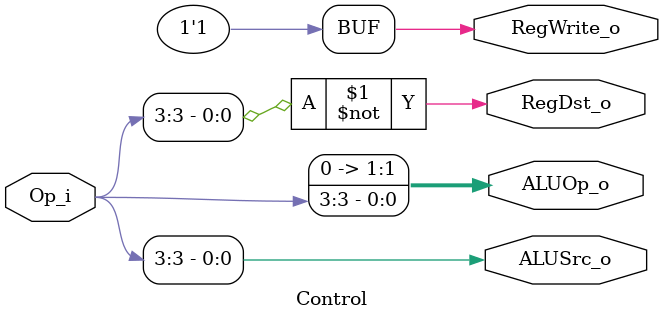
<source format=v>
module Control(
    Op_i,
    RegDst_o,
    ALUOp_o,
    ALUSrc_o,
    RegWrite_o
);

input   [5:0]   Op_i;
output          RegDst_o, ALUSrc_o, RegWrite_o;
output  [1:0]   ALUOp_o;

assign RegDst_o = ~Op_i[3];
assign ALUOp_o = {1'b0, Op_i[3]};
assign ALUSrc_o = Op_i[3];
assign RegWrite_o = 1'b1;

endmodule

</source>
